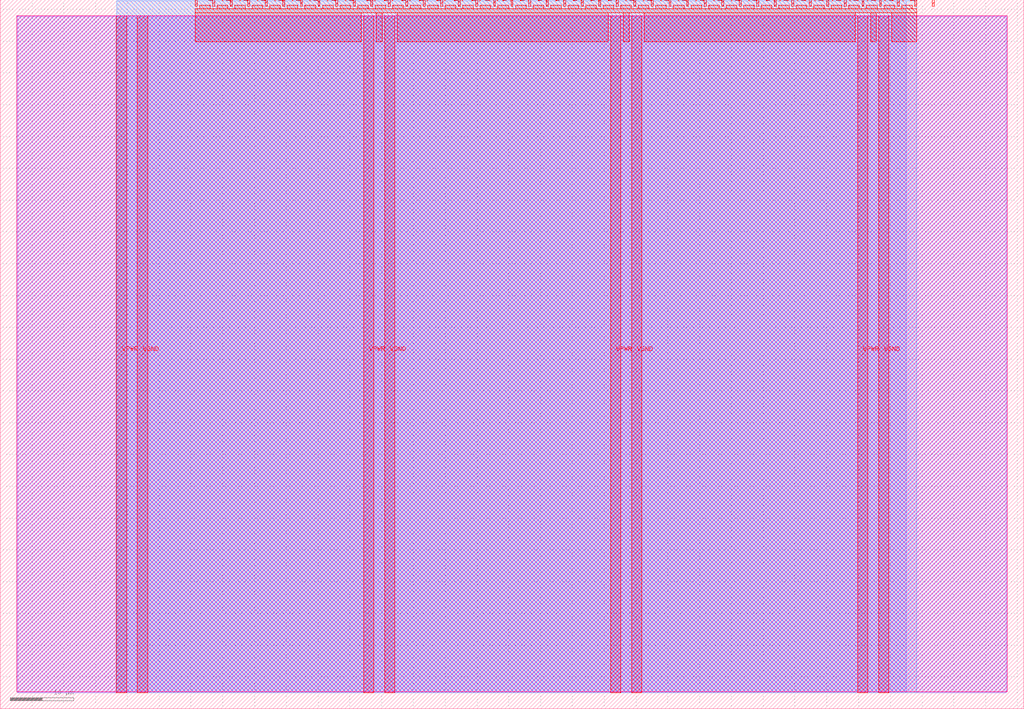
<source format=lef>
VERSION 5.7 ;
  NOWIREEXTENSIONATPIN ON ;
  DIVIDERCHAR "/" ;
  BUSBITCHARS "[]" ;
MACRO tt_um_wokwi_442977476963131393
  CLASS BLOCK ;
  FOREIGN tt_um_wokwi_442977476963131393 ;
  ORIGIN 0.000 0.000 ;
  SIZE 161.000 BY 111.520 ;
  PIN VGND
    DIRECTION INOUT ;
    USE GROUND ;
    PORT
      LAYER met4 ;
        RECT 21.580 2.480 23.180 109.040 ;
    END
    PORT
      LAYER met4 ;
        RECT 60.450 2.480 62.050 109.040 ;
    END
    PORT
      LAYER met4 ;
        RECT 99.320 2.480 100.920 109.040 ;
    END
    PORT
      LAYER met4 ;
        RECT 138.190 2.480 139.790 109.040 ;
    END
  END VGND
  PIN VPWR
    DIRECTION INOUT ;
    USE POWER ;
    PORT
      LAYER met4 ;
        RECT 18.280 2.480 19.880 109.040 ;
    END
    PORT
      LAYER met4 ;
        RECT 57.150 2.480 58.750 109.040 ;
    END
    PORT
      LAYER met4 ;
        RECT 96.020 2.480 97.620 109.040 ;
    END
    PORT
      LAYER met4 ;
        RECT 134.890 2.480 136.490 109.040 ;
    END
  END VPWR
  PIN clk
    DIRECTION INPUT ;
    USE SIGNAL ;
    ANTENNAGATEAREA 0.159000 ;
    PORT
      LAYER met4 ;
        RECT 143.830 110.520 144.130 111.520 ;
    END
  END clk
  PIN ena
    DIRECTION INPUT ;
    USE SIGNAL ;
    PORT
      LAYER met4 ;
        RECT 146.590 110.520 146.890 111.520 ;
    END
  END ena
  PIN rst_n
    DIRECTION INPUT ;
    USE SIGNAL ;
    ANTENNAGATEAREA 0.196500 ;
    PORT
      LAYER met4 ;
        RECT 141.070 110.520 141.370 111.520 ;
    END
  END rst_n
  PIN ui_in[0]
    DIRECTION INPUT ;
    USE SIGNAL ;
    ANTENNAGATEAREA 0.196500 ;
    PORT
      LAYER met4 ;
        RECT 138.310 110.520 138.610 111.520 ;
    END
  END ui_in[0]
  PIN ui_in[1]
    DIRECTION INPUT ;
    USE SIGNAL ;
    PORT
      LAYER met4 ;
        RECT 135.550 110.520 135.850 111.520 ;
    END
  END ui_in[1]
  PIN ui_in[2]
    DIRECTION INPUT ;
    USE SIGNAL ;
    PORT
      LAYER met4 ;
        RECT 132.790 110.520 133.090 111.520 ;
    END
  END ui_in[2]
  PIN ui_in[3]
    DIRECTION INPUT ;
    USE SIGNAL ;
    PORT
      LAYER met4 ;
        RECT 130.030 110.520 130.330 111.520 ;
    END
  END ui_in[3]
  PIN ui_in[4]
    DIRECTION INPUT ;
    USE SIGNAL ;
    PORT
      LAYER met4 ;
        RECT 127.270 110.520 127.570 111.520 ;
    END
  END ui_in[4]
  PIN ui_in[5]
    DIRECTION INPUT ;
    USE SIGNAL ;
    PORT
      LAYER met4 ;
        RECT 124.510 110.520 124.810 111.520 ;
    END
  END ui_in[5]
  PIN ui_in[6]
    DIRECTION INPUT ;
    USE SIGNAL ;
    PORT
      LAYER met4 ;
        RECT 121.750 110.520 122.050 111.520 ;
    END
  END ui_in[6]
  PIN ui_in[7]
    DIRECTION INPUT ;
    USE SIGNAL ;
    ANTENNAGATEAREA 0.196500 ;
    PORT
      LAYER met4 ;
        RECT 118.990 110.520 119.290 111.520 ;
    END
  END ui_in[7]
  PIN uio_in[0]
    DIRECTION INPUT ;
    USE SIGNAL ;
    PORT
      LAYER met4 ;
        RECT 116.230 110.520 116.530 111.520 ;
    END
  END uio_in[0]
  PIN uio_in[1]
    DIRECTION INPUT ;
    USE SIGNAL ;
    PORT
      LAYER met4 ;
        RECT 113.470 110.520 113.770 111.520 ;
    END
  END uio_in[1]
  PIN uio_in[2]
    DIRECTION INPUT ;
    USE SIGNAL ;
    PORT
      LAYER met4 ;
        RECT 110.710 110.520 111.010 111.520 ;
    END
  END uio_in[2]
  PIN uio_in[3]
    DIRECTION INPUT ;
    USE SIGNAL ;
    PORT
      LAYER met4 ;
        RECT 107.950 110.520 108.250 111.520 ;
    END
  END uio_in[3]
  PIN uio_in[4]
    DIRECTION INPUT ;
    USE SIGNAL ;
    PORT
      LAYER met4 ;
        RECT 105.190 110.520 105.490 111.520 ;
    END
  END uio_in[4]
  PIN uio_in[5]
    DIRECTION INPUT ;
    USE SIGNAL ;
    PORT
      LAYER met4 ;
        RECT 102.430 110.520 102.730 111.520 ;
    END
  END uio_in[5]
  PIN uio_in[6]
    DIRECTION INPUT ;
    USE SIGNAL ;
    PORT
      LAYER met4 ;
        RECT 99.670 110.520 99.970 111.520 ;
    END
  END uio_in[6]
  PIN uio_in[7]
    DIRECTION INPUT ;
    USE SIGNAL ;
    PORT
      LAYER met4 ;
        RECT 96.910 110.520 97.210 111.520 ;
    END
  END uio_in[7]
  PIN uio_oe[0]
    DIRECTION OUTPUT ;
    USE SIGNAL ;
    PORT
      LAYER met4 ;
        RECT 49.990 110.520 50.290 111.520 ;
    END
  END uio_oe[0]
  PIN uio_oe[1]
    DIRECTION OUTPUT ;
    USE SIGNAL ;
    PORT
      LAYER met4 ;
        RECT 47.230 110.520 47.530 111.520 ;
    END
  END uio_oe[1]
  PIN uio_oe[2]
    DIRECTION OUTPUT ;
    USE SIGNAL ;
    PORT
      LAYER met4 ;
        RECT 44.470 110.520 44.770 111.520 ;
    END
  END uio_oe[2]
  PIN uio_oe[3]
    DIRECTION OUTPUT ;
    USE SIGNAL ;
    PORT
      LAYER met4 ;
        RECT 41.710 110.520 42.010 111.520 ;
    END
  END uio_oe[3]
  PIN uio_oe[4]
    DIRECTION OUTPUT ;
    USE SIGNAL ;
    PORT
      LAYER met4 ;
        RECT 38.950 110.520 39.250 111.520 ;
    END
  END uio_oe[4]
  PIN uio_oe[5]
    DIRECTION OUTPUT ;
    USE SIGNAL ;
    PORT
      LAYER met4 ;
        RECT 36.190 110.520 36.490 111.520 ;
    END
  END uio_oe[5]
  PIN uio_oe[6]
    DIRECTION OUTPUT ;
    USE SIGNAL ;
    PORT
      LAYER met4 ;
        RECT 33.430 110.520 33.730 111.520 ;
    END
  END uio_oe[6]
  PIN uio_oe[7]
    DIRECTION OUTPUT ;
    USE SIGNAL ;
    PORT
      LAYER met4 ;
        RECT 30.670 110.520 30.970 111.520 ;
    END
  END uio_oe[7]
  PIN uio_out[0]
    DIRECTION OUTPUT ;
    USE SIGNAL ;
    PORT
      LAYER met4 ;
        RECT 72.070 110.520 72.370 111.520 ;
    END
  END uio_out[0]
  PIN uio_out[1]
    DIRECTION OUTPUT ;
    USE SIGNAL ;
    PORT
      LAYER met4 ;
        RECT 69.310 110.520 69.610 111.520 ;
    END
  END uio_out[1]
  PIN uio_out[2]
    DIRECTION OUTPUT ;
    USE SIGNAL ;
    PORT
      LAYER met4 ;
        RECT 66.550 110.520 66.850 111.520 ;
    END
  END uio_out[2]
  PIN uio_out[3]
    DIRECTION OUTPUT ;
    USE SIGNAL ;
    PORT
      LAYER met4 ;
        RECT 63.790 110.520 64.090 111.520 ;
    END
  END uio_out[3]
  PIN uio_out[4]
    DIRECTION OUTPUT ;
    USE SIGNAL ;
    PORT
      LAYER met4 ;
        RECT 61.030 110.520 61.330 111.520 ;
    END
  END uio_out[4]
  PIN uio_out[5]
    DIRECTION OUTPUT ;
    USE SIGNAL ;
    PORT
      LAYER met4 ;
        RECT 58.270 110.520 58.570 111.520 ;
    END
  END uio_out[5]
  PIN uio_out[6]
    DIRECTION OUTPUT ;
    USE SIGNAL ;
    PORT
      LAYER met4 ;
        RECT 55.510 110.520 55.810 111.520 ;
    END
  END uio_out[6]
  PIN uio_out[7]
    DIRECTION OUTPUT ;
    USE SIGNAL ;
    PORT
      LAYER met4 ;
        RECT 52.750 110.520 53.050 111.520 ;
    END
  END uio_out[7]
  PIN uo_out[0]
    DIRECTION OUTPUT ;
    USE SIGNAL ;
    ANTENNADIFFAREA 0.795200 ;
    PORT
      LAYER met4 ;
        RECT 94.150 110.520 94.450 111.520 ;
    END
  END uo_out[0]
  PIN uo_out[1]
    DIRECTION OUTPUT ;
    USE SIGNAL ;
    ANTENNADIFFAREA 0.795200 ;
    PORT
      LAYER met4 ;
        RECT 91.390 110.520 91.690 111.520 ;
    END
  END uo_out[1]
  PIN uo_out[2]
    DIRECTION OUTPUT ;
    USE SIGNAL ;
    PORT
      LAYER met4 ;
        RECT 88.630 110.520 88.930 111.520 ;
    END
  END uo_out[2]
  PIN uo_out[3]
    DIRECTION OUTPUT ;
    USE SIGNAL ;
    PORT
      LAYER met4 ;
        RECT 85.870 110.520 86.170 111.520 ;
    END
  END uo_out[3]
  PIN uo_out[4]
    DIRECTION OUTPUT ;
    USE SIGNAL ;
    PORT
      LAYER met4 ;
        RECT 83.110 110.520 83.410 111.520 ;
    END
  END uo_out[4]
  PIN uo_out[5]
    DIRECTION OUTPUT ;
    USE SIGNAL ;
    PORT
      LAYER met4 ;
        RECT 80.350 110.520 80.650 111.520 ;
    END
  END uo_out[5]
  PIN uo_out[6]
    DIRECTION OUTPUT ;
    USE SIGNAL ;
    PORT
      LAYER met4 ;
        RECT 77.590 110.520 77.890 111.520 ;
    END
  END uo_out[6]
  PIN uo_out[7]
    DIRECTION OUTPUT ;
    USE SIGNAL ;
    ANTENNADIFFAREA 0.445500 ;
    PORT
      LAYER met4 ;
        RECT 74.830 110.520 75.130 111.520 ;
    END
  END uo_out[7]
  OBS
      LAYER nwell ;
        RECT 2.570 2.635 158.430 108.990 ;
      LAYER li1 ;
        RECT 2.760 2.635 158.240 108.885 ;
      LAYER met1 ;
        RECT 2.760 2.480 158.240 109.040 ;
      LAYER met2 ;
        RECT 18.310 2.535 142.510 111.365 ;
      LAYER met3 ;
        RECT 18.290 2.555 144.170 111.345 ;
      LAYER met4 ;
        RECT 31.370 110.120 33.030 110.665 ;
        RECT 34.130 110.120 35.790 110.665 ;
        RECT 36.890 110.120 38.550 110.665 ;
        RECT 39.650 110.120 41.310 110.665 ;
        RECT 42.410 110.120 44.070 110.665 ;
        RECT 45.170 110.120 46.830 110.665 ;
        RECT 47.930 110.120 49.590 110.665 ;
        RECT 50.690 110.120 52.350 110.665 ;
        RECT 53.450 110.120 55.110 110.665 ;
        RECT 56.210 110.120 57.870 110.665 ;
        RECT 58.970 110.120 60.630 110.665 ;
        RECT 61.730 110.120 63.390 110.665 ;
        RECT 64.490 110.120 66.150 110.665 ;
        RECT 67.250 110.120 68.910 110.665 ;
        RECT 70.010 110.120 71.670 110.665 ;
        RECT 72.770 110.120 74.430 110.665 ;
        RECT 75.530 110.120 77.190 110.665 ;
        RECT 78.290 110.120 79.950 110.665 ;
        RECT 81.050 110.120 82.710 110.665 ;
        RECT 83.810 110.120 85.470 110.665 ;
        RECT 86.570 110.120 88.230 110.665 ;
        RECT 89.330 110.120 90.990 110.665 ;
        RECT 92.090 110.120 93.750 110.665 ;
        RECT 94.850 110.120 96.510 110.665 ;
        RECT 97.610 110.120 99.270 110.665 ;
        RECT 100.370 110.120 102.030 110.665 ;
        RECT 103.130 110.120 104.790 110.665 ;
        RECT 105.890 110.120 107.550 110.665 ;
        RECT 108.650 110.120 110.310 110.665 ;
        RECT 111.410 110.120 113.070 110.665 ;
        RECT 114.170 110.120 115.830 110.665 ;
        RECT 116.930 110.120 118.590 110.665 ;
        RECT 119.690 110.120 121.350 110.665 ;
        RECT 122.450 110.120 124.110 110.665 ;
        RECT 125.210 110.120 126.870 110.665 ;
        RECT 127.970 110.120 129.630 110.665 ;
        RECT 130.730 110.120 132.390 110.665 ;
        RECT 133.490 110.120 135.150 110.665 ;
        RECT 136.250 110.120 137.910 110.665 ;
        RECT 139.010 110.120 140.670 110.665 ;
        RECT 141.770 110.120 143.430 110.665 ;
        RECT 30.655 109.440 144.145 110.120 ;
        RECT 30.655 104.895 56.750 109.440 ;
        RECT 59.150 104.895 60.050 109.440 ;
        RECT 62.450 104.895 95.620 109.440 ;
        RECT 98.020 104.895 98.920 109.440 ;
        RECT 101.320 104.895 134.490 109.440 ;
        RECT 136.890 104.895 137.790 109.440 ;
        RECT 140.190 104.895 144.145 109.440 ;
  END
END tt_um_wokwi_442977476963131393
END LIBRARY


</source>
